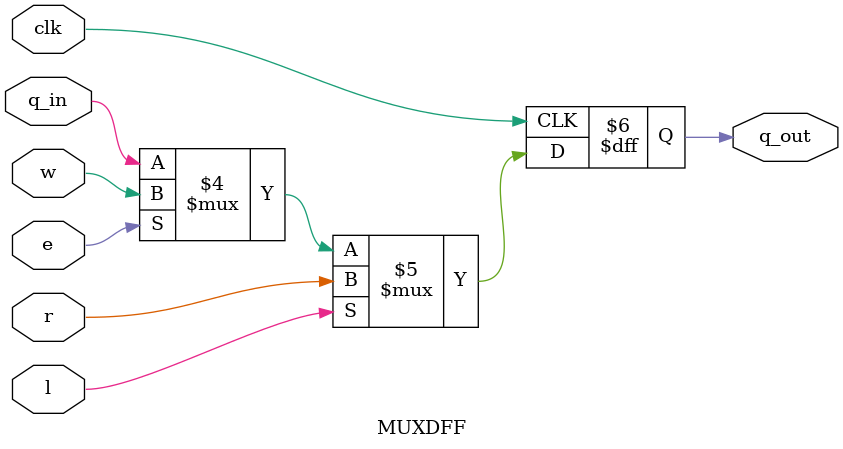
<source format=v>
module top_module (
    input [3:0] SW,
    input [3:0] KEY,
    output [3:0] LEDR
); //

    /*使用generat处理重复执行的代码*/
    genvar i;
    generate for(i = 0; i < 4; i = i + 1) begin : generate_for_4_mux_dff
        
        MUXDFF inst_MUXDFF (
            .clk(KEY[0]),
            .w((i == 3) ? KEY[3] : LEDR[i + 1]),
            .q_in(LEDR[i]),
            .e(KEY[1]),
            .r(SW[i]),
            .l(KEY[2]),
            .q_out(LEDR[i])
        );
        
    end endgenerate
    
endmodule

module MUXDFF (
    input clk,
    input w,
    input q_in,
    input e,r,l,
    output q_out
);

    always@(posedge clk) begin
        q_out <= (l == 1'd1) ? r : (e == 1'd1) ? w : q_in;    
    end
    
endmodule

</source>
